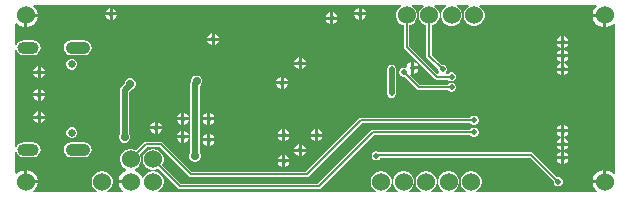
<source format=gbr>
%TF.GenerationSoftware,Altium Limited,Altium Designer,23.10.1 (27)*%
G04 Layer_Physical_Order=2*
G04 Layer_Color=16711680*
%FSLAX45Y45*%
%MOMM*%
%TF.SameCoordinates,D187A3F4-093A-4DDC-863C-0592D449728B*%
%TF.FilePolarity,Positive*%
%TF.FileFunction,Copper,L2,Bot,Signal*%
%TF.Part,Single*%
G01*
G75*
%TA.AperFunction,Conductor*%
%ADD39C,0.50800*%
%ADD40C,0.20320*%
%TA.AperFunction,ComponentPad*%
G04:AMPARAMS|DCode=43|XSize=1mm|YSize=1.8mm|CornerRadius=0.5mm|HoleSize=0mm|Usage=FLASHONLY|Rotation=270.000|XOffset=0mm|YOffset=0mm|HoleType=Round|Shape=RoundedRectangle|*
%AMROUNDEDRECTD43*
21,1,1.00000,0.80000,0,0,270.0*
21,1,0.00000,1.80000,0,0,270.0*
1,1,1.00000,-0.40000,0.00000*
1,1,1.00000,-0.40000,0.00000*
1,1,1.00000,0.40000,0.00000*
1,1,1.00000,0.40000,0.00000*
%
%ADD43ROUNDEDRECTD43*%
G04:AMPARAMS|DCode=44|XSize=1mm|YSize=2.1mm|CornerRadius=0.5mm|HoleSize=0mm|Usage=FLASHONLY|Rotation=270.000|XOffset=0mm|YOffset=0mm|HoleType=Round|Shape=RoundedRectangle|*
%AMROUNDEDRECTD44*
21,1,1.00000,1.10000,0,0,270.0*
21,1,0.00000,2.10000,0,0,270.0*
1,1,1.00000,-0.55000,0.00000*
1,1,1.00000,-0.55000,0.00000*
1,1,1.00000,0.55000,0.00000*
1,1,1.00000,0.55000,0.00000*
%
%ADD44ROUNDEDRECTD44*%
%ADD45C,0.65000*%
%TA.AperFunction,ViaPad*%
%ADD46C,1.52400*%
%ADD47C,0.50800*%
%ADD48C,0.71120*%
G36*
X4923616Y1574800D02*
X4909800Y1560984D01*
X4896424Y1537816D01*
X4889500Y1511976D01*
Y1511300D01*
X4991100D01*
Y1498600D01*
X5003800D01*
Y1397000D01*
X5004476D01*
X5030316Y1403924D01*
X5053484Y1417300D01*
X5067301Y1431117D01*
X5080001Y1425856D01*
Y161644D01*
X5067301Y156383D01*
X5053484Y170200D01*
X5030316Y183576D01*
X5004476Y190500D01*
X5003800D01*
Y88900D01*
X4991100D01*
Y76200D01*
X4889500D01*
Y75524D01*
X4896424Y49684D01*
X4909800Y26516D01*
X4923614Y12701D01*
X4918354Y1D01*
X3910023D01*
X3906620Y12701D01*
X3915386Y17762D01*
X3931938Y34314D01*
X3943642Y54586D01*
X3949700Y77196D01*
Y100604D01*
X3943642Y123214D01*
X3931938Y143486D01*
X3915386Y160038D01*
X3895114Y171742D01*
X3872504Y177800D01*
X3849096D01*
X3826486Y171742D01*
X3806214Y160038D01*
X3789662Y143486D01*
X3777958Y123214D01*
X3771900Y100604D01*
Y77196D01*
X3777958Y54586D01*
X3789662Y34314D01*
X3806214Y17762D01*
X3814980Y12701D01*
X3811577Y1D01*
X3719523D01*
X3716120Y12701D01*
X3724886Y17762D01*
X3741438Y34314D01*
X3753142Y54586D01*
X3759200Y77196D01*
Y100604D01*
X3753142Y123214D01*
X3741438Y143486D01*
X3724886Y160038D01*
X3704614Y171742D01*
X3682004Y177800D01*
X3658596D01*
X3635986Y171742D01*
X3615714Y160038D01*
X3599162Y143486D01*
X3587458Y123214D01*
X3581400Y100604D01*
Y77196D01*
X3587458Y54586D01*
X3599162Y34314D01*
X3615714Y17762D01*
X3624480Y12701D01*
X3621077Y1D01*
X3529023D01*
X3525620Y12701D01*
X3534386Y17762D01*
X3550938Y34314D01*
X3562642Y54586D01*
X3568700Y77196D01*
Y100604D01*
X3562642Y123214D01*
X3550938Y143486D01*
X3534386Y160038D01*
X3514114Y171742D01*
X3491504Y177800D01*
X3468096D01*
X3445486Y171742D01*
X3425214Y160038D01*
X3408662Y143486D01*
X3396958Y123214D01*
X3390900Y100604D01*
Y77196D01*
X3396958Y54586D01*
X3408662Y34314D01*
X3425214Y17762D01*
X3433980Y12701D01*
X3430577Y1D01*
X3338523D01*
X3335120Y12701D01*
X3343886Y17762D01*
X3360438Y34314D01*
X3372142Y54586D01*
X3378200Y77196D01*
Y100604D01*
X3372142Y123214D01*
X3360438Y143486D01*
X3343886Y160038D01*
X3323614Y171742D01*
X3301004Y177800D01*
X3277596D01*
X3254986Y171742D01*
X3234714Y160038D01*
X3218162Y143486D01*
X3206458Y123214D01*
X3200400Y100604D01*
Y77196D01*
X3206458Y54586D01*
X3218162Y34314D01*
X3234714Y17762D01*
X3243480Y12701D01*
X3240077Y1D01*
X3148023D01*
X3144620Y12701D01*
X3153386Y17762D01*
X3169938Y34314D01*
X3181642Y54586D01*
X3187700Y77196D01*
Y100604D01*
X3181642Y123214D01*
X3169938Y143486D01*
X3153386Y160038D01*
X3133114Y171742D01*
X3110504Y177800D01*
X3087096D01*
X3064486Y171742D01*
X3044214Y160038D01*
X3027662Y143486D01*
X3015958Y123214D01*
X3009900Y100604D01*
Y77196D01*
X3015958Y54586D01*
X3027662Y34314D01*
X3044214Y17762D01*
X3052980Y12701D01*
X3049577Y1D01*
X1217623D01*
X1214220Y12701D01*
X1222986Y17762D01*
X1239538Y34314D01*
X1251242Y54586D01*
X1257300Y77196D01*
Y100604D01*
X1251242Y123214D01*
X1239538Y143486D01*
X1222986Y160038D01*
X1202714Y171742D01*
X1180104Y177800D01*
X1156696D01*
X1134086Y171742D01*
X1113814Y160038D01*
X1097262Y143486D01*
X1086569Y124964D01*
X1080527Y124334D01*
X1073150Y125975D01*
X1072576Y128116D01*
X1059200Y151284D01*
X1040284Y170200D01*
X1017116Y183576D01*
X1014975Y184150D01*
X1013334Y191527D01*
X1013964Y197569D01*
X1032486Y208262D01*
X1049038Y224814D01*
X1060742Y245086D01*
X1066800Y267696D01*
Y291104D01*
X1060742Y313714D01*
X1055044Y323582D01*
X1114554Y383092D01*
X1222246D01*
X1469419Y135919D01*
X1476981Y130866D01*
X1485900Y129092D01*
X2471978D01*
X2480897Y130866D01*
X2488459Y135919D01*
X2938832Y586292D01*
X3855626D01*
X3864618Y577300D01*
X3878621Y571500D01*
X3893779D01*
X3907782Y577300D01*
X3918500Y588018D01*
X3924300Y602021D01*
Y617179D01*
X3918500Y631182D01*
X3907782Y641900D01*
X3893779Y647700D01*
X3878621D01*
X3864618Y641900D01*
X3855626Y632908D01*
X2929178D01*
X2920258Y631134D01*
X2912696Y626081D01*
X2462323Y175708D01*
X1495555D01*
X1248381Y422881D01*
X1240819Y427934D01*
X1231900Y429708D01*
X1104900D01*
X1095981Y427934D01*
X1088419Y422881D01*
X1022082Y356544D01*
X1012214Y362242D01*
X989604Y368300D01*
X966196D01*
X943586Y362242D01*
X923314Y350538D01*
X906762Y333986D01*
X895058Y313714D01*
X889000Y291104D01*
Y267696D01*
X895058Y245086D01*
X906762Y224814D01*
X923314Y208262D01*
X941836Y197569D01*
X942466Y191527D01*
X940825Y184150D01*
X938684Y183576D01*
X915516Y170200D01*
X896600Y151284D01*
X883224Y128116D01*
X876300Y102276D01*
Y101600D01*
X977900D01*
Y76200D01*
X876300D01*
Y75524D01*
X883224Y49684D01*
X896600Y26516D01*
X910414Y12701D01*
X905154Y1D01*
X785823D01*
X782420Y12701D01*
X791186Y17762D01*
X807738Y34314D01*
X819442Y54586D01*
X825500Y77196D01*
Y100604D01*
X819442Y123214D01*
X807738Y143486D01*
X791186Y160038D01*
X770914Y171742D01*
X748304Y177800D01*
X724896D01*
X702286Y171742D01*
X682014Y160038D01*
X665462Y143486D01*
X653758Y123214D01*
X647700Y100604D01*
Y77196D01*
X653758Y54586D01*
X665462Y34314D01*
X682014Y17762D01*
X690780Y12701D01*
X687377Y1D01*
X161646D01*
X156386Y12701D01*
X170200Y26516D01*
X183576Y49684D01*
X190500Y75524D01*
Y76200D01*
X88900D01*
Y88900D01*
X76200D01*
Y190500D01*
X75524D01*
X49684Y183576D01*
X26516Y170200D01*
X12700Y156384D01*
X0Y161645D01*
Y337734D01*
X12700Y338985D01*
X13038Y337286D01*
X26896Y316546D01*
X47636Y302688D01*
X72100Y297822D01*
X152100D01*
X176564Y302688D01*
X197304Y316546D01*
X211162Y337286D01*
X216028Y361750D01*
X211162Y386214D01*
X197304Y406954D01*
X176564Y420812D01*
X152100Y425678D01*
X72100D01*
X47636Y420812D01*
X26896Y406954D01*
X13038Y386214D01*
X12700Y384515D01*
X0Y385766D01*
Y1201734D01*
X12700Y1202985D01*
X13038Y1201286D01*
X26896Y1180546D01*
X47636Y1166688D01*
X72100Y1161822D01*
X152100D01*
X176564Y1166688D01*
X197304Y1180546D01*
X211162Y1201286D01*
X216028Y1225750D01*
X211162Y1250214D01*
X197304Y1270954D01*
X176564Y1284812D01*
X152100Y1289678D01*
X72100D01*
X47636Y1284812D01*
X26896Y1270954D01*
X13038Y1250214D01*
X12700Y1248515D01*
X0Y1249766D01*
Y1425855D01*
X12700Y1431116D01*
X26516Y1417300D01*
X49684Y1403924D01*
X75524Y1397000D01*
X76200D01*
Y1498600D01*
X88900D01*
Y1511300D01*
X190500D01*
Y1511976D01*
X183576Y1537816D01*
X170200Y1560984D01*
X156384Y1574800D01*
X161645Y1587500D01*
X3265479D01*
X3268882Y1574800D01*
X3260114Y1569738D01*
X3243562Y1553186D01*
X3231858Y1532914D01*
X3225800Y1510304D01*
Y1486896D01*
X3231858Y1464286D01*
X3243562Y1444014D01*
X3260114Y1427462D01*
X3280386Y1415758D01*
X3291392Y1412809D01*
Y1231900D01*
X3293166Y1222981D01*
X3298219Y1215419D01*
X3552219Y961419D01*
X3559781Y956366D01*
X3568700Y954592D01*
X3665126D01*
X3674118Y945600D01*
X3688121Y939800D01*
X3703279D01*
X3717282Y945600D01*
X3728000Y956318D01*
X3733800Y970321D01*
Y985479D01*
X3728000Y999482D01*
X3717282Y1010200D01*
X3703279Y1016000D01*
X3688121D01*
X3674118Y1010200D01*
X3665126Y1001208D01*
X3651150D01*
X3645889Y1013908D01*
X3651800Y1019818D01*
X3657600Y1033821D01*
Y1048979D01*
X3651800Y1062982D01*
X3641082Y1073700D01*
X3627079Y1079500D01*
X3614362D01*
X3528508Y1165354D01*
Y1412809D01*
X3539514Y1415758D01*
X3559786Y1427462D01*
X3576338Y1444014D01*
X3588042Y1464286D01*
X3594100Y1486896D01*
Y1510304D01*
X3588042Y1532914D01*
X3576338Y1553186D01*
X3559786Y1569738D01*
X3551018Y1574800D01*
X3554421Y1587500D01*
X3646479D01*
X3649882Y1574800D01*
X3641114Y1569738D01*
X3624562Y1553186D01*
X3612858Y1532914D01*
X3606800Y1510304D01*
Y1486896D01*
X3612858Y1464286D01*
X3624562Y1444014D01*
X3641114Y1427462D01*
X3661386Y1415758D01*
X3683996Y1409700D01*
X3707404D01*
X3730014Y1415758D01*
X3750286Y1427462D01*
X3766838Y1444014D01*
X3778542Y1464286D01*
X3784600Y1486896D01*
Y1510304D01*
X3778542Y1532914D01*
X3766838Y1553186D01*
X3750286Y1569738D01*
X3741518Y1574800D01*
X3744921Y1587500D01*
X3836979D01*
X3840382Y1574800D01*
X3831614Y1569738D01*
X3815062Y1553186D01*
X3803358Y1532914D01*
X3797300Y1510304D01*
Y1486896D01*
X3803358Y1464286D01*
X3815062Y1444014D01*
X3831614Y1427462D01*
X3851886Y1415758D01*
X3874496Y1409700D01*
X3897904D01*
X3920514Y1415758D01*
X3940786Y1427462D01*
X3957338Y1444014D01*
X3969042Y1464286D01*
X3975100Y1486896D01*
Y1510304D01*
X3969042Y1532914D01*
X3957338Y1553186D01*
X3940786Y1569738D01*
X3932018Y1574800D01*
X3935421Y1587500D01*
X4918355D01*
X4923616Y1574800D01*
D02*
G37*
G36*
X3459382D02*
X3450614Y1569738D01*
X3434062Y1553186D01*
X3422358Y1532914D01*
X3416300Y1510304D01*
Y1486896D01*
X3422358Y1464286D01*
X3434062Y1444014D01*
X3450614Y1427462D01*
X3470886Y1415758D01*
X3481892Y1412809D01*
Y1155700D01*
X3483666Y1146781D01*
X3488719Y1139219D01*
X3581400Y1046538D01*
Y1033821D01*
X3587200Y1019818D01*
X3589884Y1017134D01*
X3585066Y1004540D01*
X3576117Y1003446D01*
X3338008Y1241555D01*
Y1412809D01*
X3349014Y1415758D01*
X3369286Y1427462D01*
X3385838Y1444014D01*
X3397542Y1464286D01*
X3403600Y1486896D01*
Y1510304D01*
X3397542Y1532914D01*
X3385838Y1553186D01*
X3369286Y1569738D01*
X3360518Y1574800D01*
X3363921Y1587500D01*
X3455979D01*
X3459382Y1574800D01*
D02*
G37*
%LPC*%
G36*
X2933700Y1561025D02*
Y1524000D01*
X2970725D01*
X2964066Y1540076D01*
X2949776Y1554366D01*
X2933700Y1561025D01*
D02*
G37*
G36*
X2908300D02*
X2892224Y1554366D01*
X2877934Y1540076D01*
X2871275Y1524000D01*
X2908300D01*
Y1561025D01*
D02*
G37*
G36*
X825500Y1559950D02*
Y1522925D01*
X862525D01*
X855866Y1539001D01*
X841576Y1553291D01*
X825500Y1559950D01*
D02*
G37*
G36*
X800100D02*
X784024Y1553291D01*
X769734Y1539001D01*
X763075Y1522925D01*
X800100D01*
Y1559950D01*
D02*
G37*
G36*
X2692400Y1522925D02*
Y1485900D01*
X2729425D01*
X2722766Y1501976D01*
X2708476Y1516266D01*
X2692400Y1522925D01*
D02*
G37*
G36*
X2667000D02*
X2650924Y1516266D01*
X2636634Y1501976D01*
X2629975Y1485900D01*
X2667000D01*
Y1522925D01*
D02*
G37*
G36*
X2970725Y1498600D02*
X2933700D01*
Y1461575D01*
X2949776Y1468234D01*
X2964066Y1482524D01*
X2970725Y1498600D01*
D02*
G37*
G36*
X2908300D02*
X2871275D01*
X2877934Y1482524D01*
X2892224Y1468234D01*
X2908300Y1461575D01*
Y1498600D01*
D02*
G37*
G36*
X862525Y1497525D02*
X825500D01*
Y1460500D01*
X841576Y1467159D01*
X855866Y1481449D01*
X862525Y1497525D01*
D02*
G37*
G36*
X800100D02*
X763075D01*
X769734Y1481449D01*
X784024Y1467159D01*
X800100Y1460500D01*
Y1497525D01*
D02*
G37*
G36*
X2729425Y1460500D02*
X2692400D01*
Y1423475D01*
X2708476Y1430134D01*
X2722766Y1444424D01*
X2729425Y1460500D01*
D02*
G37*
G36*
X2667000D02*
X2629975D01*
X2636634Y1444424D01*
X2650924Y1430134D01*
X2667000Y1423475D01*
Y1460500D01*
D02*
G37*
G36*
X4978400Y1485900D02*
X4889500D01*
Y1485224D01*
X4896424Y1459384D01*
X4909800Y1436216D01*
X4928716Y1417300D01*
X4951884Y1403924D01*
X4977724Y1397000D01*
X4978400D01*
Y1485900D01*
D02*
G37*
G36*
X190500D02*
X101600D01*
Y1397000D01*
X102276D01*
X128116Y1403924D01*
X151284Y1417300D01*
X170200Y1436216D01*
X183576Y1459384D01*
X190500Y1485224D01*
Y1485900D01*
D02*
G37*
G36*
X1689100Y1345125D02*
Y1308100D01*
X1726125D01*
X1719466Y1324176D01*
X1705176Y1338466D01*
X1689100Y1345125D01*
D02*
G37*
G36*
X1663700D02*
X1647624Y1338466D01*
X1633334Y1324176D01*
X1626675Y1308100D01*
X1663700D01*
Y1345125D01*
D02*
G37*
G36*
X4648200Y1319725D02*
Y1282700D01*
X4685225D01*
X4678566Y1298776D01*
X4664276Y1313066D01*
X4648200Y1319725D01*
D02*
G37*
G36*
X4622800D02*
X4606724Y1313066D01*
X4592434Y1298776D01*
X4585775Y1282700D01*
X4622800D01*
Y1319725D01*
D02*
G37*
G36*
X1726125Y1282700D02*
X1689100D01*
Y1245675D01*
X1705176Y1252334D01*
X1719466Y1266624D01*
X1726125Y1282700D01*
D02*
G37*
G36*
X1663700D02*
X1626675D01*
X1633334Y1266624D01*
X1647624Y1252334D01*
X1663700Y1245675D01*
Y1282700D01*
D02*
G37*
G36*
X4685225Y1257300D02*
X4648200D01*
Y1220275D01*
X4664276Y1226934D01*
X4678566Y1241224D01*
X4685225Y1257300D01*
D02*
G37*
G36*
X4622800D02*
X4585775D01*
X4592434Y1241224D01*
X4606724Y1226934D01*
X4622800Y1220275D01*
Y1257300D01*
D02*
G37*
G36*
X4648200Y1205425D02*
Y1168400D01*
X4685225D01*
X4678566Y1184476D01*
X4664276Y1198766D01*
X4648200Y1205425D01*
D02*
G37*
G36*
X4622800D02*
X4606724Y1198766D01*
X4592434Y1184476D01*
X4585775Y1168400D01*
X4622800D01*
Y1205425D01*
D02*
G37*
G36*
X585100Y1289678D02*
X475100D01*
X450635Y1284812D01*
X429896Y1270954D01*
X416038Y1250214D01*
X411171Y1225750D01*
X416038Y1201286D01*
X429896Y1180546D01*
X450635Y1166688D01*
X475100Y1161822D01*
X585100D01*
X609564Y1166688D01*
X630304Y1180546D01*
X644162Y1201286D01*
X649028Y1225750D01*
X644162Y1250214D01*
X630304Y1270954D01*
X609564Y1284812D01*
X585100Y1289678D01*
D02*
G37*
G36*
X4685225Y1143000D02*
X4648200D01*
Y1105975D01*
X4664276Y1112634D01*
X4678566Y1126924D01*
X4685225Y1143000D01*
D02*
G37*
G36*
X4622800D02*
X4585775D01*
X4592434Y1126924D01*
X4606724Y1112634D01*
X4622800Y1105975D01*
Y1143000D01*
D02*
G37*
G36*
X2425700Y1141925D02*
Y1104900D01*
X2462725D01*
X2456066Y1120976D01*
X2441776Y1135266D01*
X2425700Y1141925D01*
D02*
G37*
G36*
X2400300D02*
X2384224Y1135266D01*
X2369934Y1120976D01*
X2363275Y1104900D01*
X2400300D01*
Y1141925D01*
D02*
G37*
G36*
X3378200Y1103825D02*
Y1066800D01*
X3415225D01*
X3408566Y1082876D01*
X3394276Y1097166D01*
X3378200Y1103825D01*
D02*
G37*
G36*
X4648200Y1091125D02*
Y1054100D01*
X4685225D01*
X4678566Y1070176D01*
X4664276Y1084466D01*
X4648200Y1091125D01*
D02*
G37*
G36*
X4622800D02*
X4606724Y1084466D01*
X4592434Y1070176D01*
X4585775Y1054100D01*
X4622800D01*
Y1091125D01*
D02*
G37*
G36*
X3352800Y1103825D02*
X3336724Y1097166D01*
X3322434Y1082876D01*
X3314700Y1064205D01*
Y1060465D01*
X3302000Y1051979D01*
X3296879Y1054100D01*
X3281721D01*
X3267718Y1048300D01*
X3257000Y1037582D01*
X3251200Y1023579D01*
Y1008421D01*
X3257000Y994418D01*
X3267718Y983700D01*
X3281721Y977900D01*
X3294438D01*
X3399819Y872519D01*
X3407381Y867466D01*
X3416300Y865692D01*
X3665126D01*
X3674118Y856700D01*
X3688121Y850900D01*
X3703279D01*
X3717282Y856700D01*
X3728000Y867418D01*
X3733800Y881421D01*
Y896579D01*
X3728000Y910582D01*
X3717282Y921300D01*
X3703279Y927100D01*
X3688121D01*
X3674118Y921300D01*
X3665126Y912308D01*
X3425954D01*
X3343980Y994282D01*
X3351174Y1005049D01*
X3352800Y1004375D01*
Y1054100D01*
Y1103825D01*
D02*
G37*
G36*
X2462725Y1079500D02*
X2425700D01*
Y1042475D01*
X2441776Y1049134D01*
X2456066Y1063424D01*
X2462725Y1079500D01*
D02*
G37*
G36*
X2400300D02*
X2363275D01*
X2369934Y1063424D01*
X2384224Y1049134D01*
X2400300Y1042475D01*
Y1079500D01*
D02*
G37*
G36*
X489091Y1127950D02*
X471109D01*
X454496Y1121069D01*
X441781Y1108354D01*
X434900Y1091741D01*
Y1073759D01*
X441781Y1057146D01*
X454496Y1044431D01*
X471109Y1037550D01*
X489091D01*
X505704Y1044431D01*
X518419Y1057146D01*
X525300Y1073759D01*
Y1091741D01*
X518419Y1108354D01*
X505704Y1121069D01*
X489091Y1127950D01*
D02*
G37*
G36*
X215900Y1065725D02*
Y1028700D01*
X252925D01*
X246266Y1044776D01*
X231976Y1059066D01*
X215900Y1065725D01*
D02*
G37*
G36*
X190500D02*
X174424Y1059066D01*
X160134Y1044776D01*
X153475Y1028700D01*
X190500D01*
Y1065725D01*
D02*
G37*
G36*
X3415225Y1041400D02*
X3378200D01*
Y1004375D01*
X3394276Y1011034D01*
X3408566Y1025324D01*
X3415225Y1041400D01*
D02*
G37*
G36*
X4685225Y1028700D02*
X4648200D01*
Y991675D01*
X4664276Y998334D01*
X4678566Y1012624D01*
X4685225Y1028700D01*
D02*
G37*
G36*
X4622800D02*
X4585775D01*
X4592434Y1012624D01*
X4606724Y998334D01*
X4622800Y991675D01*
Y1028700D01*
D02*
G37*
G36*
X252925Y1003300D02*
X215900D01*
Y966275D01*
X231976Y972934D01*
X246266Y987224D01*
X252925Y1003300D01*
D02*
G37*
G36*
X190500D02*
X153475D01*
X160134Y987224D01*
X174424Y972934D01*
X190500Y966275D01*
Y1003300D01*
D02*
G37*
G36*
X2273300Y976825D02*
Y939800D01*
X2310325D01*
X2303666Y955876D01*
X2289376Y970166D01*
X2273300Y976825D01*
D02*
G37*
G36*
X2247900D02*
X2231824Y970166D01*
X2217534Y955876D01*
X2210875Y939800D01*
X2247900D01*
Y976825D01*
D02*
G37*
G36*
X2310325Y914400D02*
X2273300D01*
Y877375D01*
X2289376Y884034D01*
X2303666Y898324D01*
X2310325Y914400D01*
D02*
G37*
G36*
X2247900D02*
X2210875D01*
X2217534Y898324D01*
X2231824Y884034D01*
X2247900Y877375D01*
Y914400D01*
D02*
G37*
G36*
X215900Y875225D02*
Y838200D01*
X252925D01*
X246266Y854276D01*
X231976Y868566D01*
X215900Y875225D01*
D02*
G37*
G36*
X190500D02*
X174424Y868566D01*
X160134Y854276D01*
X153475Y838200D01*
X190500D01*
Y875225D01*
D02*
G37*
G36*
X3187700Y1080247D02*
X3183947Y1079500D01*
X3180121D01*
X3176587Y1078036D01*
X3172834Y1077289D01*
X3169653Y1075164D01*
X3166118Y1073700D01*
X3163413Y1070994D01*
X3160231Y1068869D01*
X3158106Y1065687D01*
X3155400Y1062982D01*
X3153936Y1059447D01*
X3151811Y1056266D01*
X3151064Y1052513D01*
X3149600Y1048979D01*
Y1045153D01*
X3148853Y1041400D01*
Y838200D01*
X3149600Y834447D01*
Y830621D01*
X3151064Y827087D01*
X3151811Y823334D01*
X3153936Y820153D01*
X3155400Y816618D01*
X3158106Y813913D01*
X3160231Y810731D01*
X3163413Y808606D01*
X3166118Y805900D01*
X3169653Y804436D01*
X3172834Y802311D01*
X3176587Y801564D01*
X3180121Y800100D01*
X3183947D01*
X3187700Y799353D01*
X3191453Y800100D01*
X3195279D01*
X3198813Y801564D01*
X3202566Y802311D01*
X3205747Y804436D01*
X3209282Y805900D01*
X3211987Y808606D01*
X3215169Y810731D01*
X3217294Y813913D01*
X3220000Y816618D01*
X3221464Y820153D01*
X3223589Y823334D01*
X3224336Y827087D01*
X3225800Y830621D01*
Y834447D01*
X3226547Y838200D01*
Y1041400D01*
X3225800Y1045153D01*
Y1048979D01*
X3224336Y1052513D01*
X3223589Y1056266D01*
X3221464Y1059447D01*
X3220000Y1062982D01*
X3217294Y1065687D01*
X3215169Y1068869D01*
X3211987Y1070994D01*
X3209282Y1073700D01*
X3205747Y1075164D01*
X3202566Y1077289D01*
X3198813Y1078036D01*
X3195279Y1079500D01*
X3191453D01*
X3187700Y1080247D01*
D02*
G37*
G36*
X252925Y812800D02*
X215900D01*
Y775775D01*
X231976Y782434D01*
X246266Y796724D01*
X252925Y812800D01*
D02*
G37*
G36*
X190500D02*
X153475D01*
X160134Y796724D01*
X174424Y782434D01*
X190500Y775775D01*
Y812800D01*
D02*
G37*
G36*
X215900Y684725D02*
Y647700D01*
X252925D01*
X246266Y663776D01*
X231976Y678066D01*
X215900Y684725D01*
D02*
G37*
G36*
X190500D02*
X174424Y678066D01*
X160134Y663776D01*
X153475Y647700D01*
X190500D01*
Y684725D01*
D02*
G37*
G36*
X1651000Y672025D02*
Y635000D01*
X1688025D01*
X1681366Y651076D01*
X1667076Y665366D01*
X1651000Y672025D01*
D02*
G37*
G36*
X1625600D02*
X1609524Y665366D01*
X1595234Y651076D01*
X1588575Y635000D01*
X1625600D01*
Y672025D01*
D02*
G37*
G36*
X1434025D02*
Y635000D01*
X1471050D01*
X1464391Y651076D01*
X1450101Y665366D01*
X1434025Y672025D01*
D02*
G37*
G36*
X1408625D02*
X1392549Y665366D01*
X1378259Y651076D01*
X1371600Y635000D01*
X1408625D01*
Y672025D01*
D02*
G37*
G36*
X252925Y622300D02*
X215900D01*
Y585275D01*
X231976Y591934D01*
X246266Y606224D01*
X252925Y622300D01*
D02*
G37*
G36*
X190500D02*
X153475D01*
X160134Y606224D01*
X174424Y591934D01*
X190500Y585275D01*
Y622300D01*
D02*
G37*
G36*
X1688025Y609600D02*
X1651000D01*
Y572575D01*
X1667076Y579234D01*
X1681366Y593524D01*
X1688025Y609600D01*
D02*
G37*
G36*
X1625600D02*
X1588575D01*
X1595234Y593524D01*
X1609524Y579234D01*
X1625600Y572575D01*
Y609600D01*
D02*
G37*
G36*
X1471050D02*
X1434025D01*
Y572575D01*
X1450101Y579234D01*
X1464391Y593524D01*
X1471050Y609600D01*
D02*
G37*
G36*
X1408625D02*
X1371600D01*
X1378259Y593524D01*
X1392549Y579234D01*
X1408625Y572575D01*
Y609600D01*
D02*
G37*
G36*
X1206500Y595825D02*
Y558800D01*
X1243525D01*
X1236866Y574876D01*
X1222576Y589166D01*
X1206500Y595825D01*
D02*
G37*
G36*
X1181100D02*
X1165024Y589166D01*
X1150734Y574876D01*
X1144075Y558800D01*
X1181100D01*
Y595825D01*
D02*
G37*
G36*
X4648200Y570425D02*
Y533400D01*
X4685225D01*
X4678566Y549476D01*
X4664276Y563766D01*
X4648200Y570425D01*
D02*
G37*
G36*
X4622800D02*
X4606724Y563766D01*
X4592434Y549476D01*
X4585775Y533400D01*
X4622800D01*
Y570425D01*
D02*
G37*
G36*
X1243525Y533400D02*
X1206500D01*
Y496375D01*
X1222576Y503034D01*
X1236866Y517324D01*
X1243525Y533400D01*
D02*
G37*
G36*
X1181100D02*
X1144075D01*
X1150734Y517324D01*
X1165024Y503034D01*
X1181100Y496375D01*
Y533400D01*
D02*
G37*
G36*
X2565400Y532325D02*
Y495300D01*
X2602425D01*
X2595766Y511376D01*
X2581476Y525666D01*
X2565400Y532325D01*
D02*
G37*
G36*
X2540000D02*
X2523924Y525666D01*
X2509634Y511376D01*
X2502975Y495300D01*
X2540000D01*
Y532325D01*
D02*
G37*
G36*
X2286000D02*
Y495300D01*
X2323025D01*
X2316366Y511376D01*
X2302076Y525666D01*
X2286000Y532325D01*
D02*
G37*
G36*
X2260600D02*
X2244524Y525666D01*
X2230234Y511376D01*
X2223575Y495300D01*
X2260600D01*
Y532325D01*
D02*
G37*
G36*
X1434025Y519625D02*
Y482600D01*
X1471050D01*
X1464391Y498676D01*
X1450101Y512966D01*
X1434025Y519625D01*
D02*
G37*
G36*
X1408625D02*
X1392549Y512966D01*
X1378259Y498676D01*
X1371600Y482600D01*
X1408625D01*
Y519625D01*
D02*
G37*
G36*
X4685225Y508000D02*
X4648200D01*
Y470975D01*
X4664276Y477634D01*
X4678566Y491924D01*
X4685225Y508000D01*
D02*
G37*
G36*
X4622800D02*
X4585775D01*
X4592434Y491924D01*
X4606724Y477634D01*
X4622800Y470975D01*
Y508000D01*
D02*
G37*
G36*
X3893779Y546100D02*
X3878621D01*
X3864618Y540300D01*
X3855626Y531308D01*
X3033135D01*
X3024216Y529534D01*
X3016654Y524481D01*
X2566281Y74108D01*
X1406654D01*
X1245544Y235218D01*
X1251242Y245086D01*
X1257300Y267696D01*
Y291104D01*
X1251242Y313714D01*
X1239538Y333986D01*
X1222986Y350538D01*
X1202714Y362242D01*
X1180104Y368300D01*
X1156696D01*
X1134086Y362242D01*
X1113814Y350538D01*
X1097262Y333986D01*
X1085558Y313714D01*
X1079500Y291104D01*
Y267696D01*
X1085558Y245086D01*
X1097262Y224814D01*
X1113814Y208262D01*
X1134086Y196558D01*
X1156696Y190500D01*
X1180104D01*
X1202714Y196558D01*
X1212582Y202256D01*
X1380519Y34319D01*
X1388081Y29266D01*
X1397000Y27492D01*
X2575935D01*
X2584855Y29266D01*
X2592416Y34319D01*
X3042790Y484692D01*
X3855626D01*
X3864618Y475700D01*
X3878621Y469900D01*
X3893779D01*
X3907782Y475700D01*
X3918500Y486418D01*
X3924300Y500421D01*
Y515579D01*
X3918500Y529582D01*
X3907782Y540300D01*
X3893779Y546100D01*
D02*
G37*
G36*
X489091Y549950D02*
X471109D01*
X454496Y543069D01*
X441781Y530354D01*
X434900Y513741D01*
Y495759D01*
X441781Y479146D01*
X454496Y466431D01*
X471109Y459550D01*
X489091D01*
X505704Y466431D01*
X518419Y479146D01*
X525300Y495759D01*
Y513741D01*
X518419Y530354D01*
X505704Y543069D01*
X489091Y549950D01*
D02*
G37*
G36*
X1651000Y494225D02*
Y457200D01*
X1688025D01*
X1681366Y473276D01*
X1667076Y487566D01*
X1651000Y494225D01*
D02*
G37*
G36*
X1625600D02*
X1609524Y487566D01*
X1595234Y473276D01*
X1588575Y457200D01*
X1625600D01*
Y494225D01*
D02*
G37*
G36*
X2602425Y469900D02*
X2565400D01*
Y432875D01*
X2581476Y439534D01*
X2595766Y453824D01*
X2602425Y469900D01*
D02*
G37*
G36*
X2540000D02*
X2502975D01*
X2509634Y453824D01*
X2523924Y439534D01*
X2540000Y432875D01*
Y469900D01*
D02*
G37*
G36*
X2323025D02*
X2286000D01*
Y432875D01*
X2302076Y439534D01*
X2316366Y453824D01*
X2323025Y469900D01*
D02*
G37*
G36*
X2260600D02*
X2223575D01*
X2230234Y453824D01*
X2244524Y439534D01*
X2260600Y432875D01*
Y469900D01*
D02*
G37*
G36*
X984959Y965761D02*
X965761D01*
X948023Y958413D01*
X934447Y944838D01*
X927100Y927100D01*
Y918679D01*
X899631Y891211D01*
X891211Y878608D01*
X888253Y863742D01*
Y499303D01*
X886187Y497237D01*
X878840Y479499D01*
Y460301D01*
X886187Y442563D01*
X899763Y428987D01*
X917501Y421640D01*
X936699D01*
X954437Y428987D01*
X968013Y442563D01*
X975360Y460301D01*
Y479499D01*
X968013Y497237D01*
X965947Y499303D01*
Y847651D01*
X989358Y871063D01*
X1002697Y876588D01*
X1016273Y890164D01*
X1023620Y907901D01*
Y927100D01*
X1016273Y944838D01*
X1002697Y958413D01*
X984959Y965761D01*
D02*
G37*
G36*
X1471050Y457200D02*
X1434025D01*
Y420175D01*
X1450101Y426834D01*
X1464391Y441124D01*
X1471050Y457200D01*
D02*
G37*
G36*
X1408625D02*
X1371600D01*
X1378259Y441124D01*
X1392549Y426834D01*
X1408625Y420175D01*
Y457200D01*
D02*
G37*
G36*
X4648200Y456125D02*
Y419100D01*
X4685225D01*
X4678566Y435176D01*
X4664276Y449466D01*
X4648200Y456125D01*
D02*
G37*
G36*
X4622800D02*
X4606724Y449466D01*
X4592434Y435176D01*
X4585775Y419100D01*
X4622800D01*
Y456125D01*
D02*
G37*
G36*
X1688025Y431800D02*
X1651000D01*
Y394775D01*
X1667076Y401434D01*
X1681366Y415724D01*
X1688025Y431800D01*
D02*
G37*
G36*
X1625600D02*
X1588575D01*
X1595234Y415724D01*
X1609524Y401434D01*
X1625600Y394775D01*
Y431800D01*
D02*
G37*
G36*
X2425700Y405325D02*
Y368300D01*
X2462725D01*
X2456066Y384376D01*
X2441776Y398666D01*
X2425700Y405325D01*
D02*
G37*
G36*
X2400300D02*
X2384224Y398666D01*
X2369934Y384376D01*
X2363275Y368300D01*
X2400300D01*
Y405325D01*
D02*
G37*
G36*
X4685225Y393700D02*
X4648200D01*
Y356675D01*
X4664276Y363334D01*
X4678566Y377624D01*
X4685225Y393700D01*
D02*
G37*
G36*
X4622800D02*
X4585775D01*
X4592434Y377624D01*
X4606724Y363334D01*
X4622800Y356675D01*
Y393700D01*
D02*
G37*
G36*
X2462725Y342900D02*
X2425700D01*
Y305875D01*
X2441776Y312534D01*
X2456066Y326824D01*
X2462725Y342900D01*
D02*
G37*
G36*
X2400300D02*
X2363275D01*
X2369934Y326824D01*
X2384224Y312534D01*
X2400300Y305875D01*
Y342900D01*
D02*
G37*
G36*
X4648200Y341825D02*
Y304800D01*
X4685225D01*
X4678566Y320876D01*
X4664276Y335166D01*
X4648200Y341825D01*
D02*
G37*
G36*
X4622800D02*
X4606724Y335166D01*
X4592434Y320876D01*
X4585775Y304800D01*
X4622800D01*
Y341825D01*
D02*
G37*
G36*
X585100Y425678D02*
X475100D01*
X450635Y420812D01*
X429896Y406954D01*
X416038Y386214D01*
X411171Y361750D01*
X416038Y337286D01*
X429896Y316546D01*
X450635Y302688D01*
X475100Y297822D01*
X585100D01*
X609564Y302688D01*
X630304Y316546D01*
X644162Y337286D01*
X649028Y361750D01*
X644162Y386214D01*
X630304Y406954D01*
X609564Y420812D01*
X585100Y425678D01*
D02*
G37*
G36*
X2286000Y315350D02*
Y278325D01*
X2323025D01*
X2316366Y294401D01*
X2302076Y308691D01*
X2286000Y315350D01*
D02*
G37*
G36*
X2260600D02*
X2244524Y308691D01*
X2230234Y294401D01*
X2223575Y278325D01*
X2260600D01*
Y315350D01*
D02*
G37*
G36*
X1546299Y988060D02*
X1527101D01*
X1509363Y980713D01*
X1495787Y967137D01*
X1488440Y949399D01*
Y936960D01*
X1488111Y936467D01*
X1485153Y921601D01*
Y334203D01*
X1483087Y332137D01*
X1475740Y314399D01*
Y295201D01*
X1483087Y277463D01*
X1496663Y263887D01*
X1514401Y256540D01*
X1533599D01*
X1551337Y263887D01*
X1564913Y277463D01*
X1572260Y295201D01*
Y314399D01*
X1564913Y332137D01*
X1562847Y334203D01*
Y898394D01*
X1564037Y898887D01*
X1577613Y912463D01*
X1584960Y930201D01*
Y949399D01*
X1577613Y967137D01*
X1564037Y980713D01*
X1546299Y988060D01*
D02*
G37*
G36*
X4685225Y279400D02*
X4648200D01*
Y242375D01*
X4664276Y249034D01*
X4678566Y263324D01*
X4685225Y279400D01*
D02*
G37*
G36*
X4622800D02*
X4585775D01*
X4592434Y263324D01*
X4606724Y249034D01*
X4622800Y242375D01*
Y279400D01*
D02*
G37*
G36*
X2323025Y252925D02*
X2286000D01*
Y215900D01*
X2302076Y222559D01*
X2316366Y236849D01*
X2323025Y252925D01*
D02*
G37*
G36*
X2260600D02*
X2223575D01*
X2230234Y236849D01*
X2244524Y222559D01*
X2260600Y215900D01*
Y252925D01*
D02*
G37*
G36*
X4978400Y190500D02*
X4977724D01*
X4951884Y183576D01*
X4928716Y170200D01*
X4909800Y151284D01*
X4896424Y128116D01*
X4889500Y102276D01*
Y101600D01*
X4978400D01*
Y190500D01*
D02*
G37*
G36*
X102276D02*
X101600D01*
Y101600D01*
X190500D01*
Y102276D01*
X183576Y128116D01*
X170200Y151284D01*
X151284Y170200D01*
X128116Y183576D01*
X102276Y190500D01*
D02*
G37*
G36*
X3065322Y345596D02*
X3050165D01*
X3036162Y339796D01*
X3025444Y329078D01*
X3019644Y315075D01*
Y299917D01*
X3025444Y285914D01*
X3036162Y275196D01*
X3050165Y269396D01*
X3065322D01*
X3079326Y275196D01*
X3090043Y285914D01*
X3093472Y294192D01*
X4359146D01*
X4559300Y94038D01*
Y81321D01*
X4565100Y67318D01*
X4575818Y56600D01*
X4589821Y50800D01*
X4604979D01*
X4618982Y56600D01*
X4629700Y67318D01*
X4635500Y81321D01*
Y96479D01*
X4629700Y110482D01*
X4618982Y121200D01*
X4604979Y127000D01*
X4592262D01*
X4385281Y333981D01*
X4377719Y339034D01*
X4368800Y340808D01*
X3076882D01*
X3065322Y345596D01*
D02*
G37*
%LPD*%
D39*
X975360Y912002D02*
Y917501D01*
X927100Y469900D02*
Y863742D01*
X1524000Y921601D02*
X1536700Y934301D01*
X1524000Y304800D02*
Y921601D01*
X1536700Y934301D02*
Y939800D01*
X927100Y863742D02*
X975360Y912002D01*
X3187700Y838200D02*
Y1041400D01*
D40*
X3416300Y889000D02*
X3695700D01*
X4368800Y317500D02*
X4597400Y88900D01*
X3067748Y317500D02*
X4368800D01*
X3057744Y307496D02*
X3067748Y317500D01*
X1231900Y406400D02*
X1485900Y152400D01*
X2471978D02*
X2929178Y609600D01*
X1485900Y152400D02*
X2471978D01*
X1168400Y279400D02*
X1397000Y50800D01*
X2575935D01*
X3033135Y508000D01*
X3886200D01*
X1104900Y406400D02*
X1231900D01*
X977900Y279400D02*
X1104900Y406400D01*
X2929178Y609600D02*
X3886200D01*
X3505200Y1155700D02*
X3619500Y1041400D01*
X3505200Y1155700D02*
Y1498600D01*
X3314700Y1231900D02*
Y1498600D01*
Y1231900D02*
X3568700Y977900D01*
X3695700D01*
X3289300Y1016000D02*
X3416300Y889000D01*
D43*
X112100Y1225750D02*
D03*
Y361750D02*
D03*
D44*
X530100Y1225750D02*
D03*
Y361750D02*
D03*
D45*
X480100Y1082750D02*
D03*
Y504750D02*
D03*
D46*
X736600Y88900D02*
D03*
X977900D02*
D03*
X3860800D02*
D03*
X3670300D02*
D03*
X3479800D02*
D03*
X3289300D02*
D03*
X3098800D02*
D03*
X3886200Y1498600D02*
D03*
X1168400Y279400D02*
D03*
X977900D02*
D03*
X1168400Y88900D02*
D03*
X3695700Y1498600D02*
D03*
X3505200D02*
D03*
X3314700D02*
D03*
X4991100Y88900D02*
D03*
X88900Y1498600D02*
D03*
Y88900D02*
D03*
X4991100Y1498600D02*
D03*
D47*
X3365500Y1054100D02*
D03*
X2921000Y1511300D02*
D03*
X3695700Y889000D02*
D03*
X2260600Y927100D02*
D03*
X1193800Y546100D02*
D03*
X2679700Y1473200D02*
D03*
X1676400Y1295400D02*
D03*
X4597400Y88900D02*
D03*
X203200Y635000D02*
D03*
Y825500D02*
D03*
Y1016000D02*
D03*
X2273300Y265625D02*
D03*
X2413000Y355600D02*
D03*
X2552700Y482600D02*
D03*
X2273300D02*
D03*
X812800Y1510225D02*
D03*
X2413000Y1092200D02*
D03*
X1638300Y444500D02*
D03*
Y622300D02*
D03*
X1421325Y469900D02*
D03*
Y622300D02*
D03*
X4635500Y520700D02*
D03*
Y406400D02*
D03*
Y292100D02*
D03*
Y1041400D02*
D03*
Y1155700D02*
D03*
Y1270000D02*
D03*
X3886200Y508000D02*
D03*
Y609600D02*
D03*
X3695700Y977900D02*
D03*
X3619500Y1041400D02*
D03*
X3187700Y838200D02*
D03*
Y1041400D02*
D03*
X3289300Y1016000D02*
D03*
X3057744Y307496D02*
D03*
D48*
X975360Y917501D02*
D03*
X927100Y469900D02*
D03*
X1536700Y939800D02*
D03*
X1524000Y304800D02*
D03*
%TF.MD5,af26bafa6ea382ce3cb9c4a44ab6e9c9*%
M02*

</source>
